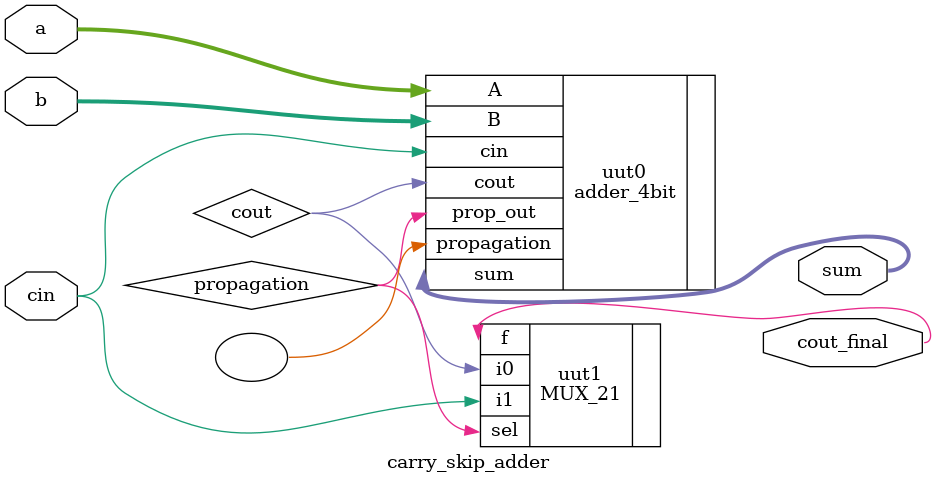
<source format=v>
`timescale 1ns / 1ps


module carry_skip_adder(
input [3:0] a,b,
input cin,
output [3:0] sum,
output cout_final
    );
wire propagation,cout;    
adder_4bit uut0 (
    .A(a),
    .B(b),
    .cin(cin),
    .sum(sum),
    .propagation(),
    .cout(cout),
    .prop_out(propagation));

MUX_21 uut1 (
    .i0(cout),
    .i1(cin),
    .sel(propagation),
    .f(cout_final));
endmodule

</source>
